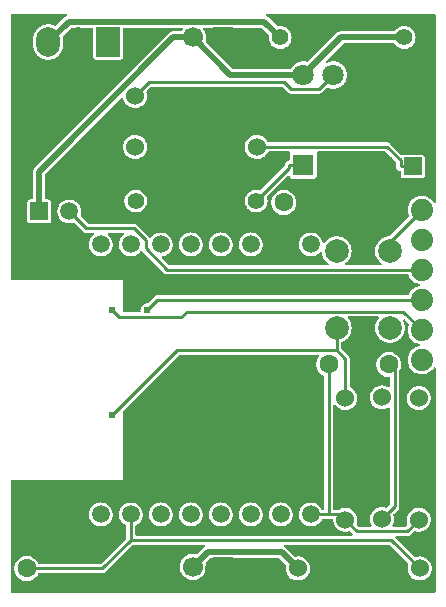
<source format=gbl>
G04 Layer: BottomLayer*
G04 EasyEDA v6.5.40, 2024-02-04 03:55:30*
G04 936758304a9441538e57e2a98c5da18a,153482dac41149f1974aef67bcea995d,10*
G04 Gerber Generator version 0.2*
G04 Scale: 100 percent, Rotated: No, Reflected: No *
G04 Dimensions in millimeters *
G04 leading zeros omitted , absolute positions ,4 integer and 5 decimal *
%FSLAX45Y45*%
%MOMM*%

%AMMACRO1*21,1,$1,$2,0,0,$3*%
%ADD10C,0.2540*%
%ADD11C,0.5080*%
%ADD12C,1.6000*%
%ADD13C,1.8796*%
%ADD14C,2.0000*%
%ADD15C,1.5240*%
%ADD16C,1.7000*%
%ADD17R,1.7000X1.7000*%
%ADD18R,1.5000X1.5000*%
%ADD19O,1.9999959999999999X2.4999949999999997*%
%ADD20MACRO1,2.0015X2.4994X0.0000*%
%ADD21C,1.4000*%
%ADD22C,1.5080*%
%ADD23R,1.5080X1.5080*%
%ADD24C,1.8000*%
%ADD25R,1.8000X1.8000*%
%ADD26C,0.6100*%
%ADD27C,0.0107*%

%LPD*%
G36*
X1010158Y2421991D02*
G01*
X1006246Y2422753D01*
X1002995Y2424988D01*
X1000760Y2428290D01*
X999998Y2432151D01*
X999998Y2699004D01*
X998982Y2699969D01*
X60147Y2699969D01*
X56286Y2700782D01*
X52984Y2702966D01*
X50749Y2706268D01*
X49987Y2710129D01*
X49987Y4939842D01*
X50749Y4943703D01*
X52984Y4947005D01*
X56286Y4949240D01*
X60147Y4950002D01*
X515162Y4950002D01*
X519531Y4948986D01*
X523036Y4946243D01*
X525018Y4942179D01*
X525068Y4937709D01*
X523189Y4933645D01*
X519734Y4930749D01*
X514756Y4928209D01*
X510997Y4925872D01*
X507441Y4923129D01*
X503986Y4919980D01*
X435508Y4851450D01*
X432104Y4849215D01*
X428091Y4848453D01*
X424129Y4849368D01*
X412953Y4854397D01*
X398424Y4858918D01*
X383489Y4861661D01*
X368300Y4862576D01*
X353110Y4861661D01*
X338175Y4858918D01*
X323646Y4854397D01*
X309778Y4848148D01*
X296773Y4840325D01*
X284835Y4830927D01*
X274066Y4820158D01*
X264718Y4808220D01*
X256844Y4795215D01*
X250596Y4781346D01*
X246075Y4766818D01*
X243332Y4751882D01*
X242417Y4736388D01*
X242417Y4687011D01*
X243332Y4671517D01*
X246075Y4656582D01*
X250596Y4642053D01*
X256844Y4628184D01*
X264718Y4615180D01*
X274066Y4603242D01*
X284835Y4592472D01*
X296773Y4583074D01*
X309778Y4575251D01*
X323646Y4569002D01*
X338175Y4564481D01*
X353110Y4561738D01*
X368300Y4560824D01*
X383489Y4561738D01*
X398424Y4564481D01*
X412953Y4569002D01*
X426821Y4575251D01*
X439826Y4583074D01*
X451764Y4592472D01*
X462534Y4603242D01*
X471932Y4615180D01*
X479755Y4628184D01*
X486003Y4642053D01*
X490524Y4656582D01*
X493268Y4671517D01*
X494233Y4687011D01*
X494233Y4736388D01*
X493268Y4751882D01*
X492353Y4756962D01*
X492251Y4760214D01*
X493268Y4763363D01*
X495147Y4766005D01*
X558698Y4829556D01*
X562000Y4831740D01*
X565912Y4832553D01*
X740257Y4832553D01*
X744118Y4831740D01*
X747420Y4829556D01*
X749604Y4826254D01*
X750417Y4822393D01*
X750417Y4587290D01*
X751128Y4580940D01*
X753008Y4575505D01*
X756107Y4570577D01*
X760171Y4566513D01*
X765098Y4563414D01*
X770534Y4561484D01*
X776884Y4560773D01*
X975715Y4560773D01*
X982065Y4561484D01*
X987501Y4563414D01*
X992428Y4566513D01*
X996492Y4570577D01*
X999591Y4575505D01*
X1001521Y4580940D01*
X1002233Y4587290D01*
X1002233Y4822393D01*
X1002995Y4826254D01*
X1005179Y4829556D01*
X1008481Y4831740D01*
X1012393Y4832553D01*
X1497177Y4832553D01*
X1500886Y4831842D01*
X1504086Y4829810D01*
X1506321Y4826762D01*
X1507337Y4823104D01*
X1506880Y4819396D01*
X1505153Y4816043D01*
X1502918Y4813249D01*
X1498498Y4805984D01*
X1496263Y4803394D01*
X1493215Y4801717D01*
X1489811Y4801108D01*
X1428953Y4801108D01*
X1424228Y4800904D01*
X1419809Y4800346D01*
X1415440Y4799330D01*
X1411173Y4798009D01*
X1407058Y4796282D01*
X1403096Y4794250D01*
X1399286Y4791811D01*
X1395730Y4789119D01*
X1392275Y4785918D01*
X255981Y3649624D01*
X252780Y3646170D01*
X250088Y3642614D01*
X247650Y3638804D01*
X245617Y3634841D01*
X243890Y3630726D01*
X242570Y3626459D01*
X241604Y3622090D01*
X240995Y3617671D01*
X240792Y3612946D01*
X240792Y3388055D01*
X240029Y3384194D01*
X237794Y3380892D01*
X234543Y3378657D01*
X230632Y3377895D01*
X217271Y3377895D01*
X210972Y3377184D01*
X205486Y3375304D01*
X200609Y3372205D01*
X196494Y3368090D01*
X193395Y3363214D01*
X191516Y3357727D01*
X190804Y3351428D01*
X190804Y3201771D01*
X191516Y3195472D01*
X193395Y3189986D01*
X196494Y3185109D01*
X200609Y3180994D01*
X205486Y3177895D01*
X210972Y3176016D01*
X217271Y3175304D01*
X366928Y3175304D01*
X373227Y3176016D01*
X378714Y3177895D01*
X383590Y3180994D01*
X387705Y3185109D01*
X390804Y3189986D01*
X392684Y3195472D01*
X393395Y3201771D01*
X393395Y3351428D01*
X392684Y3357727D01*
X390804Y3363214D01*
X387705Y3368090D01*
X383590Y3372205D01*
X378714Y3375304D01*
X373227Y3377184D01*
X366928Y3377895D01*
X353568Y3377895D01*
X349656Y3378657D01*
X346405Y3380892D01*
X344170Y3384194D01*
X343408Y3388055D01*
X343408Y3587699D01*
X344170Y3591610D01*
X346405Y3594912D01*
X987602Y4236110D01*
X991158Y4238447D01*
X995324Y4239107D01*
X999388Y4237990D01*
X1002690Y4235399D01*
X1004620Y4231640D01*
X1007516Y4221022D01*
X1012850Y4208475D01*
X1019759Y4196740D01*
X1028242Y4186021D01*
X1038047Y4176522D01*
X1049020Y4168444D01*
X1060958Y4161891D01*
X1073708Y4157014D01*
X1086967Y4153814D01*
X1100531Y4152493D01*
X1114145Y4152950D01*
X1127607Y4155186D01*
X1140612Y4159250D01*
X1153007Y4164990D01*
X1164488Y4172305D01*
X1174902Y4181094D01*
X1184046Y4191254D01*
X1191768Y4202480D01*
X1197914Y4214622D01*
X1202385Y4227525D01*
X1205128Y4240885D01*
X1206042Y4254500D01*
X1205128Y4268114D01*
X1202385Y4281474D01*
X1200150Y4287977D01*
X1199591Y4291736D01*
X1200404Y4295394D01*
X1202537Y4298492D01*
X1233728Y4329684D01*
X1237030Y4331868D01*
X1240891Y4332681D01*
X2345385Y4332681D01*
X2349246Y4331868D01*
X2352548Y4329684D01*
X2395626Y4286605D01*
X2401874Y4281474D01*
X2408529Y4277918D01*
X2415743Y4275734D01*
X2423769Y4274972D01*
X2661564Y4274972D01*
X2669590Y4275734D01*
X2676804Y4277918D01*
X2683459Y4281474D01*
X2689707Y4286605D01*
X2725928Y4322826D01*
X2729382Y4325112D01*
X2733446Y4325823D01*
X2738120Y4324553D01*
X2751988Y4320032D01*
X2766263Y4317288D01*
X2780792Y4316374D01*
X2795320Y4317288D01*
X2809646Y4320032D01*
X2823464Y4324553D01*
X2836621Y4330750D01*
X2848914Y4338523D01*
X2860141Y4347819D01*
X2870098Y4358436D01*
X2878632Y4370171D01*
X2885643Y4382922D01*
X2891028Y4396486D01*
X2894634Y4410557D01*
X2896463Y4424984D01*
X2896463Y4439564D01*
X2894634Y4453991D01*
X2891028Y4468114D01*
X2885643Y4481626D01*
X2878632Y4494377D01*
X2870098Y4506163D01*
X2860141Y4516780D01*
X2848914Y4526026D01*
X2836621Y4533849D01*
X2823464Y4540046D01*
X2809646Y4544517D01*
X2795320Y4547260D01*
X2780792Y4548174D01*
X2766263Y4547260D01*
X2751988Y4544517D01*
X2738120Y4540046D01*
X2732176Y4537202D01*
X2728214Y4536236D01*
X2724251Y4536897D01*
X2720848Y4539030D01*
X2718511Y4542332D01*
X2717647Y4546295D01*
X2718409Y4550257D01*
X2720644Y4553610D01*
X2862580Y4695494D01*
X2865882Y4697730D01*
X2869742Y4698492D01*
X3296361Y4698492D01*
X3299561Y4697984D01*
X3302406Y4696510D01*
X3304641Y4694174D01*
X3308146Y4689297D01*
X3317036Y4679746D01*
X3327196Y4671466D01*
X3338372Y4664659D01*
X3350412Y4659426D01*
X3363010Y4655921D01*
X3375964Y4654143D01*
X3389020Y4654143D01*
X3402025Y4655921D01*
X3414623Y4659426D01*
X3426612Y4664659D01*
X3437788Y4671466D01*
X3447948Y4679746D01*
X3456889Y4689297D01*
X3464407Y4699965D01*
X3470452Y4711598D01*
X3474821Y4723942D01*
X3477514Y4736744D01*
X3478377Y4749800D01*
X3477514Y4762855D01*
X3474821Y4775657D01*
X3470452Y4788001D01*
X3464407Y4799634D01*
X3456889Y4810302D01*
X3447948Y4819853D01*
X3437788Y4828133D01*
X3426612Y4834940D01*
X3414623Y4840122D01*
X3402025Y4843678D01*
X3389020Y4845456D01*
X3375964Y4845456D01*
X3363010Y4843678D01*
X3350412Y4840122D01*
X3338372Y4834940D01*
X3327196Y4828133D01*
X3317036Y4819853D01*
X3308146Y4810302D01*
X3304641Y4805426D01*
X3302406Y4803089D01*
X3299561Y4801616D01*
X3296361Y4801108D01*
X2844495Y4801108D01*
X2839821Y4800904D01*
X2835402Y4800346D01*
X2831033Y4799330D01*
X2826766Y4798009D01*
X2822600Y4796282D01*
X2818638Y4794250D01*
X2814878Y4791811D01*
X2811322Y4789119D01*
X2807868Y4785918D01*
X2568194Y4546295D01*
X2565146Y4544161D01*
X2561539Y4543298D01*
X2557881Y4543806D01*
X2555595Y4544517D01*
X2541320Y4547260D01*
X2526792Y4548174D01*
X2512263Y4547260D01*
X2497988Y4544517D01*
X2484120Y4540046D01*
X2470962Y4533849D01*
X2458669Y4526026D01*
X2447442Y4516780D01*
X2437485Y4506163D01*
X2428951Y4494377D01*
X2425903Y4488891D01*
X2423668Y4486097D01*
X2420569Y4484268D01*
X2417013Y4483608D01*
X1936800Y4483608D01*
X1932939Y4484370D01*
X1929638Y4486605D01*
X1703730Y4712512D01*
X1701749Y4715256D01*
X1700784Y4718558D01*
X1700987Y4721961D01*
X1703324Y4732121D01*
X1704695Y4746244D01*
X1704238Y4760468D01*
X1701952Y4774488D01*
X1697939Y4788103D01*
X1692148Y4801108D01*
X1684782Y4813249D01*
X1682546Y4816043D01*
X1680819Y4819396D01*
X1680362Y4823104D01*
X1681378Y4826762D01*
X1683613Y4829810D01*
X1686814Y4831842D01*
X1690522Y4832553D01*
X2173020Y4832553D01*
X2176881Y4831740D01*
X2180183Y4829556D01*
X2235250Y4774488D01*
X2237181Y4771796D01*
X2238146Y4768596D01*
X2237994Y4765243D01*
X2237486Y4762855D01*
X2236622Y4749800D01*
X2237486Y4736744D01*
X2240178Y4723942D01*
X2244547Y4711598D01*
X2250592Y4699965D01*
X2258110Y4689297D01*
X2267051Y4679746D01*
X2277211Y4671466D01*
X2288387Y4664659D01*
X2300376Y4659426D01*
X2312974Y4655921D01*
X2325979Y4654143D01*
X2339035Y4654143D01*
X2351989Y4655921D01*
X2364587Y4659426D01*
X2376627Y4664659D01*
X2387803Y4671466D01*
X2397963Y4679746D01*
X2406853Y4689297D01*
X2414422Y4699965D01*
X2420467Y4711598D01*
X2424836Y4723942D01*
X2427478Y4736744D01*
X2428392Y4749800D01*
X2427478Y4762855D01*
X2424836Y4775657D01*
X2420467Y4788001D01*
X2414422Y4799634D01*
X2406853Y4810302D01*
X2397963Y4819853D01*
X2387803Y4828133D01*
X2376627Y4834940D01*
X2364587Y4840122D01*
X2351989Y4843678D01*
X2339035Y4845456D01*
X2325979Y4845456D01*
X2316429Y4844135D01*
X2313279Y4844186D01*
X2310333Y4845202D01*
X2307844Y4847031D01*
X2234895Y4919980D01*
X2231440Y4923129D01*
X2227884Y4925872D01*
X2224176Y4928209D01*
X2219147Y4930749D01*
X2215692Y4933645D01*
X2213813Y4937709D01*
X2213864Y4942179D01*
X2215845Y4946243D01*
X2219401Y4948986D01*
X2223770Y4950002D01*
X3639820Y4950002D01*
X3643731Y4949240D01*
X3647033Y4947005D01*
X3649218Y4943703D01*
X3649979Y4939842D01*
X3649979Y3359658D01*
X3649116Y3355492D01*
X3646576Y3352088D01*
X3642918Y3349955D01*
X3638702Y3349548D01*
X3634638Y3350920D01*
X3631539Y3353765D01*
X3623970Y3364433D01*
X3614064Y3375355D01*
X3602837Y3384956D01*
X3590544Y3393084D01*
X3577336Y3399688D01*
X3563416Y3404615D01*
X3548989Y3407765D01*
X3534308Y3409086D01*
X3519525Y3408679D01*
X3504946Y3406394D01*
X3490772Y3402329D01*
X3477158Y3396589D01*
X3464407Y3389223D01*
X3452622Y3380333D01*
X3442004Y3370072D01*
X3432759Y3358540D01*
X3424986Y3345992D01*
X3418840Y3332581D01*
X3414369Y3318560D01*
X3411626Y3304032D01*
X3410712Y3289300D01*
X3411626Y3274567D01*
X3414369Y3260039D01*
X3418840Y3246018D01*
X3420262Y3242919D01*
X3421176Y3238957D01*
X3420465Y3234893D01*
X3418179Y3231489D01*
X3256076Y3069386D01*
X3253079Y3067304D01*
X3249523Y3066440D01*
X3245104Y3066186D01*
X3230168Y3063443D01*
X3215640Y3058922D01*
X3201771Y3052673D01*
X3188766Y3044799D01*
X3176828Y3035401D01*
X3166059Y3024682D01*
X3156712Y3012694D01*
X3148838Y2999689D01*
X3142589Y2985820D01*
X3138068Y2971342D01*
X3135325Y2956356D01*
X3134410Y2941167D01*
X3135325Y2926029D01*
X3138068Y2911043D01*
X3142589Y2896565D01*
X3148838Y2882696D01*
X3156712Y2869692D01*
X3166059Y2857703D01*
X3176828Y2846984D01*
X3188157Y2838043D01*
X3190849Y2834894D01*
X3192018Y2830880D01*
X3191510Y2826766D01*
X3189376Y2823159D01*
X3185972Y2820771D01*
X3181908Y2819908D01*
X2888691Y2819908D01*
X2884627Y2820771D01*
X2881223Y2823159D01*
X2879090Y2826766D01*
X2878582Y2830880D01*
X2879750Y2834894D01*
X2882442Y2838043D01*
X2893771Y2846984D01*
X2904540Y2857703D01*
X2913888Y2869692D01*
X2921762Y2882696D01*
X2928010Y2896565D01*
X2932531Y2911043D01*
X2935274Y2926029D01*
X2936189Y2941167D01*
X2935274Y2956356D01*
X2932531Y2971342D01*
X2928010Y2985820D01*
X2921762Y2999689D01*
X2913888Y3012694D01*
X2904540Y3024682D01*
X2893771Y3035401D01*
X2881833Y3044799D01*
X2868828Y3052673D01*
X2854960Y3058922D01*
X2840431Y3063443D01*
X2825496Y3066186D01*
X2810306Y3067100D01*
X2795117Y3066186D01*
X2780182Y3063443D01*
X2765653Y3058922D01*
X2751785Y3052673D01*
X2738780Y3044799D01*
X2726842Y3035401D01*
X2716072Y3024682D01*
X2707690Y3013964D01*
X2704744Y3011424D01*
X2701086Y3010204D01*
X2697226Y3010408D01*
X2693670Y3012084D01*
X2691028Y3014929D01*
X2689707Y3018536D01*
X2689301Y3020669D01*
X2685338Y3033623D01*
X2679598Y3045866D01*
X2672334Y3057296D01*
X2663596Y3067608D01*
X2653588Y3076702D01*
X2642412Y3084322D01*
X2630322Y3090468D01*
X2617571Y3094888D01*
X2604312Y3097580D01*
X2590800Y3098495D01*
X2577287Y3097580D01*
X2564028Y3094888D01*
X2551277Y3090468D01*
X2539187Y3084322D01*
X2528011Y3076702D01*
X2518003Y3067608D01*
X2509266Y3057296D01*
X2502001Y3045866D01*
X2496261Y3033623D01*
X2492298Y3020669D01*
X2490012Y3007360D01*
X2489555Y2993796D01*
X2490927Y2980334D01*
X2494076Y2967177D01*
X2498902Y2954578D01*
X2505405Y2942691D01*
X2513431Y2931820D01*
X2522880Y2922066D01*
X2533497Y2913684D01*
X2545130Y2906776D01*
X2557576Y2901543D01*
X2570632Y2897936D01*
X2584043Y2896158D01*
X2597556Y2896158D01*
X2610967Y2897936D01*
X2624023Y2901543D01*
X2636469Y2906776D01*
X2648102Y2913684D01*
X2658719Y2922066D01*
X2667965Y2931617D01*
X2671673Y2934055D01*
X2676042Y2934716D01*
X2680258Y2933395D01*
X2683560Y2930448D01*
X2685288Y2926384D01*
X2688082Y2911043D01*
X2692603Y2896565D01*
X2698851Y2882696D01*
X2706725Y2869692D01*
X2716072Y2857703D01*
X2726842Y2846984D01*
X2738170Y2838043D01*
X2740863Y2834894D01*
X2742031Y2830880D01*
X2741523Y2826766D01*
X2739390Y2823159D01*
X2735986Y2820771D01*
X2731922Y2819908D01*
X1396542Y2819908D01*
X1392631Y2820670D01*
X1389329Y2822905D01*
X1331976Y2880258D01*
X1329588Y2884068D01*
X1329029Y2888488D01*
X1330452Y2892755D01*
X1333601Y2895955D01*
X1337818Y2897530D01*
X1340967Y2897936D01*
X1354023Y2901543D01*
X1366469Y2906776D01*
X1378102Y2913684D01*
X1388719Y2922066D01*
X1398168Y2931820D01*
X1406194Y2942691D01*
X1412697Y2954578D01*
X1417523Y2967177D01*
X1420672Y2980334D01*
X1422044Y2993796D01*
X1421587Y3007360D01*
X1419301Y3020669D01*
X1415338Y3033623D01*
X1409598Y3045866D01*
X1402334Y3057296D01*
X1393596Y3067608D01*
X1383588Y3076702D01*
X1372412Y3084322D01*
X1360322Y3090468D01*
X1347571Y3094888D01*
X1334312Y3097580D01*
X1320800Y3098495D01*
X1307287Y3097580D01*
X1294028Y3094888D01*
X1281277Y3090468D01*
X1269187Y3084322D01*
X1258011Y3076702D01*
X1248003Y3067608D01*
X1239570Y3057652D01*
X1236065Y3054959D01*
X1231747Y3054045D01*
X1227429Y3055010D01*
X1223975Y3057753D01*
X1220724Y3061665D01*
X1121054Y3161385D01*
X1114806Y3166465D01*
X1108151Y3170021D01*
X1100937Y3172206D01*
X1092911Y3173018D01*
X708507Y3173018D01*
X704596Y3173780D01*
X701294Y3176016D01*
X644093Y3233216D01*
X641959Y3236315D01*
X641096Y3240024D01*
X641654Y3243732D01*
X643788Y3249828D01*
X646480Y3263087D01*
X647395Y3276600D01*
X646480Y3290112D01*
X643788Y3303371D01*
X639368Y3316122D01*
X633222Y3328212D01*
X625602Y3339388D01*
X616508Y3349396D01*
X606196Y3358134D01*
X594766Y3365398D01*
X582523Y3371138D01*
X569569Y3375101D01*
X556260Y3377387D01*
X542696Y3377844D01*
X529234Y3376472D01*
X516077Y3373323D01*
X503478Y3368497D01*
X491591Y3361994D01*
X480720Y3353968D01*
X470966Y3344519D01*
X462584Y3333902D01*
X455676Y3322269D01*
X450443Y3309823D01*
X446836Y3296767D01*
X445058Y3283356D01*
X445058Y3269843D01*
X446836Y3256432D01*
X450443Y3243376D01*
X455676Y3230930D01*
X462584Y3219297D01*
X470966Y3208680D01*
X480720Y3199231D01*
X491591Y3191205D01*
X503478Y3184702D01*
X516077Y3179876D01*
X529234Y3176727D01*
X542696Y3175355D01*
X556260Y3175812D01*
X569569Y3178098D01*
X579323Y3181096D01*
X582980Y3181553D01*
X586536Y3180638D01*
X589534Y3178556D01*
X660654Y3107486D01*
X666851Y3102356D01*
X673557Y3098800D01*
X680770Y3096615D01*
X688797Y3095802D01*
X745134Y3095802D01*
X749300Y3094888D01*
X752754Y3092399D01*
X754837Y3088640D01*
X755192Y3084423D01*
X753821Y3080359D01*
X740003Y3067608D01*
X731266Y3057296D01*
X724001Y3045866D01*
X718261Y3033623D01*
X714298Y3020669D01*
X712012Y3007360D01*
X711555Y2993796D01*
X712927Y2980334D01*
X716076Y2967177D01*
X720902Y2954578D01*
X727405Y2942691D01*
X735431Y2931820D01*
X744880Y2922066D01*
X755497Y2913684D01*
X767130Y2906776D01*
X779576Y2901543D01*
X792632Y2897936D01*
X806043Y2896158D01*
X819556Y2896158D01*
X832967Y2897936D01*
X846023Y2901543D01*
X858469Y2906776D01*
X870102Y2913684D01*
X880719Y2922066D01*
X890168Y2931820D01*
X898194Y2942691D01*
X904697Y2954578D01*
X909523Y2967177D01*
X912672Y2980334D01*
X914044Y2993796D01*
X913587Y3007360D01*
X911301Y3020669D01*
X907338Y3033623D01*
X901598Y3045866D01*
X894334Y3057296D01*
X885596Y3067608D01*
X871778Y3080359D01*
X870407Y3084423D01*
X870762Y3088640D01*
X872845Y3092399D01*
X876300Y3094888D01*
X880465Y3095802D01*
X999134Y3095802D01*
X1003300Y3094888D01*
X1006754Y3092399D01*
X1008837Y3088640D01*
X1009192Y3084423D01*
X1007821Y3080359D01*
X994003Y3067608D01*
X985266Y3057296D01*
X978001Y3045866D01*
X972261Y3033623D01*
X968298Y3020669D01*
X966012Y3007360D01*
X965555Y2993796D01*
X966927Y2980334D01*
X970076Y2967177D01*
X974902Y2954578D01*
X981405Y2942691D01*
X989431Y2931820D01*
X998880Y2922066D01*
X1009497Y2913684D01*
X1021130Y2906776D01*
X1033576Y2901543D01*
X1046632Y2897936D01*
X1060043Y2896158D01*
X1073556Y2896158D01*
X1086967Y2897936D01*
X1100023Y2901543D01*
X1112469Y2906776D01*
X1124102Y2913684D01*
X1134719Y2922066D01*
X1144168Y2931820D01*
X1148842Y2938170D01*
X1151534Y2940710D01*
X1154938Y2942082D01*
X1158595Y2942183D01*
X1162050Y2940964D01*
X1164894Y2938576D01*
X1166876Y2936189D01*
X1348689Y2754376D01*
X1354886Y2749245D01*
X1361592Y2745689D01*
X1368806Y2743504D01*
X1376832Y2742692D01*
X3410153Y2742692D01*
X3413912Y2741980D01*
X3417163Y2739898D01*
X3419398Y2736799D01*
X3424986Y2724607D01*
X3432759Y2712059D01*
X3442004Y2700528D01*
X3452622Y2690266D01*
X3464407Y2681376D01*
X3477158Y2674010D01*
X3490772Y2668270D01*
X3505403Y2664053D01*
X3509264Y2662021D01*
X3511854Y2658567D01*
X3512820Y2654300D01*
X3511854Y2650032D01*
X3509264Y2646578D01*
X3505403Y2644546D01*
X3490772Y2640330D01*
X3477158Y2634589D01*
X3464407Y2627223D01*
X3452622Y2618333D01*
X3442004Y2608072D01*
X3432759Y2596540D01*
X3424986Y2583992D01*
X3419398Y2571800D01*
X3417163Y2568702D01*
X3413912Y2566619D01*
X3410153Y2565908D01*
X1291488Y2565908D01*
X1283462Y2565095D01*
X1276248Y2562910D01*
X1269542Y2559354D01*
X1263345Y2554274D01*
X1210208Y2501087D01*
X1207312Y2499106D01*
X1203909Y2498191D01*
X1195832Y2497480D01*
X1186332Y2494940D01*
X1177442Y2490774D01*
X1169416Y2485136D01*
X1162456Y2478176D01*
X1156817Y2470150D01*
X1152652Y2461260D01*
X1150112Y2451760D01*
X1149248Y2441956D01*
X1150061Y2433015D01*
X1149553Y2428900D01*
X1147419Y2425293D01*
X1144016Y2422855D01*
X1139901Y2421991D01*
G37*

%LPC*%
G36*
X2076043Y2896158D02*
G01*
X2089556Y2896158D01*
X2102967Y2897936D01*
X2116023Y2901543D01*
X2128469Y2906776D01*
X2140102Y2913684D01*
X2150719Y2922066D01*
X2160168Y2931820D01*
X2168194Y2942691D01*
X2174697Y2954578D01*
X2179523Y2967177D01*
X2182672Y2980334D01*
X2184044Y2993796D01*
X2183587Y3007360D01*
X2181301Y3020669D01*
X2177338Y3033623D01*
X2171598Y3045866D01*
X2164334Y3057296D01*
X2155596Y3067608D01*
X2145588Y3076702D01*
X2134412Y3084322D01*
X2122322Y3090468D01*
X2109571Y3094888D01*
X2096312Y3097580D01*
X2082800Y3098495D01*
X2069287Y3097580D01*
X2056028Y3094888D01*
X2043277Y3090468D01*
X2031187Y3084322D01*
X2020011Y3076702D01*
X2010003Y3067608D01*
X2001266Y3057296D01*
X1994001Y3045866D01*
X1988261Y3033623D01*
X1984298Y3020669D01*
X1982012Y3007360D01*
X1981555Y2993796D01*
X1982927Y2980334D01*
X1986076Y2967177D01*
X1990902Y2954578D01*
X1997405Y2942691D01*
X2005431Y2931820D01*
X2014880Y2922066D01*
X2025497Y2913684D01*
X2037130Y2906776D01*
X2049576Y2901543D01*
X2062632Y2897936D01*
G37*
G36*
X1822043Y2896158D02*
G01*
X1835556Y2896158D01*
X1848967Y2897936D01*
X1862023Y2901543D01*
X1874469Y2906776D01*
X1886102Y2913684D01*
X1896719Y2922066D01*
X1906168Y2931820D01*
X1914194Y2942691D01*
X1920697Y2954578D01*
X1925523Y2967177D01*
X1928672Y2980334D01*
X1930044Y2993796D01*
X1929587Y3007360D01*
X1927301Y3020669D01*
X1923338Y3033623D01*
X1917598Y3045866D01*
X1910334Y3057296D01*
X1901596Y3067608D01*
X1891588Y3076702D01*
X1880412Y3084322D01*
X1868322Y3090468D01*
X1855571Y3094888D01*
X1842312Y3097580D01*
X1828800Y3098495D01*
X1815287Y3097580D01*
X1802028Y3094888D01*
X1789277Y3090468D01*
X1777187Y3084322D01*
X1766011Y3076702D01*
X1756003Y3067608D01*
X1747266Y3057296D01*
X1740001Y3045866D01*
X1734261Y3033623D01*
X1730298Y3020669D01*
X1728012Y3007360D01*
X1727555Y2993796D01*
X1728927Y2980334D01*
X1732076Y2967177D01*
X1736902Y2954578D01*
X1743405Y2942691D01*
X1751431Y2931820D01*
X1760880Y2922066D01*
X1771497Y2913684D01*
X1783130Y2906776D01*
X1795576Y2901543D01*
X1808632Y2897936D01*
G37*
G36*
X1568043Y2896158D02*
G01*
X1581556Y2896158D01*
X1594967Y2897936D01*
X1608023Y2901543D01*
X1620469Y2906776D01*
X1632102Y2913684D01*
X1642719Y2922066D01*
X1652168Y2931820D01*
X1660194Y2942691D01*
X1666697Y2954578D01*
X1671523Y2967177D01*
X1674672Y2980334D01*
X1676044Y2993796D01*
X1675587Y3007360D01*
X1673301Y3020669D01*
X1669338Y3033623D01*
X1663598Y3045866D01*
X1656334Y3057296D01*
X1647596Y3067608D01*
X1637588Y3076702D01*
X1626412Y3084322D01*
X1614322Y3090468D01*
X1601571Y3094888D01*
X1588312Y3097580D01*
X1574800Y3098495D01*
X1561287Y3097580D01*
X1548028Y3094888D01*
X1535277Y3090468D01*
X1523187Y3084322D01*
X1512011Y3076702D01*
X1502003Y3067608D01*
X1493266Y3057296D01*
X1486001Y3045866D01*
X1480261Y3033623D01*
X1476298Y3020669D01*
X1474012Y3007360D01*
X1473555Y2993796D01*
X1474927Y2980334D01*
X1478076Y2967177D01*
X1482902Y2954578D01*
X1489405Y2942691D01*
X1497431Y2931820D01*
X1506880Y2922066D01*
X1517497Y2913684D01*
X1529130Y2906776D01*
X1541576Y2901543D01*
X1554632Y2897936D01*
G37*
G36*
X2362200Y3246932D02*
G01*
X2376017Y3247796D01*
X2389581Y3250539D01*
X2402738Y3254959D01*
X2415133Y3261106D01*
X2426665Y3268776D01*
X2437079Y3277920D01*
X2446223Y3288334D01*
X2453894Y3299866D01*
X2460040Y3312261D01*
X2464460Y3325418D01*
X2467203Y3338982D01*
X2468067Y3352800D01*
X2467203Y3366617D01*
X2464460Y3380181D01*
X2460040Y3393338D01*
X2453894Y3405733D01*
X2446223Y3417265D01*
X2437079Y3427679D01*
X2426665Y3436823D01*
X2415133Y3444494D01*
X2402738Y3450640D01*
X2389581Y3455060D01*
X2376017Y3457803D01*
X2362200Y3458667D01*
X2348382Y3457803D01*
X2334818Y3455060D01*
X2321661Y3450640D01*
X2309266Y3444494D01*
X2297734Y3436823D01*
X2287320Y3427679D01*
X2278176Y3417265D01*
X2270506Y3405733D01*
X2264359Y3393338D01*
X2259939Y3380181D01*
X2257196Y3366617D01*
X2256332Y3352800D01*
X2257196Y3338982D01*
X2259939Y3325418D01*
X2264359Y3312261D01*
X2270506Y3299866D01*
X2278176Y3288334D01*
X2287320Y3277920D01*
X2297734Y3268776D01*
X2309266Y3261106D01*
X2321661Y3254959D01*
X2334818Y3250539D01*
X2348382Y3247796D01*
G37*
G36*
X1102410Y3269843D02*
G01*
X1115517Y3269843D01*
X1128471Y3271621D01*
X1141069Y3275126D01*
X1153058Y3280359D01*
X1164234Y3287166D01*
X1174394Y3295446D01*
X1183335Y3304997D01*
X1190904Y3315665D01*
X1196898Y3327298D01*
X1201267Y3339642D01*
X1203960Y3352444D01*
X1204823Y3365500D01*
X1203960Y3378555D01*
X1201267Y3391357D01*
X1196898Y3403701D01*
X1190904Y3415334D01*
X1183335Y3426002D01*
X1174394Y3435553D01*
X1164234Y3443833D01*
X1153058Y3450640D01*
X1141069Y3455822D01*
X1128471Y3459378D01*
X1115517Y3461156D01*
X1102410Y3461156D01*
X1089456Y3459378D01*
X1076858Y3455822D01*
X1064869Y3450640D01*
X1053693Y3443833D01*
X1043533Y3435553D01*
X1034592Y3426002D01*
X1027023Y3415334D01*
X1021029Y3403701D01*
X1016660Y3391357D01*
X1013968Y3378555D01*
X1013104Y3365500D01*
X1013968Y3352444D01*
X1016660Y3339642D01*
X1021029Y3327298D01*
X1027023Y3315665D01*
X1034592Y3304997D01*
X1043533Y3295446D01*
X1053693Y3287166D01*
X1064869Y3280359D01*
X1076858Y3275126D01*
X1089456Y3271621D01*
G37*
G36*
X2122373Y3269843D02*
G01*
X2135479Y3269843D01*
X2148433Y3271621D01*
X2161032Y3275126D01*
X2173020Y3280359D01*
X2184196Y3287166D01*
X2194356Y3295446D01*
X2203297Y3304997D01*
X2210866Y3315665D01*
X2216861Y3327298D01*
X2221230Y3339642D01*
X2223922Y3352444D01*
X2224786Y3365500D01*
X2223922Y3378555D01*
X2221230Y3391357D01*
X2220315Y3394049D01*
X2219706Y3397808D01*
X2220569Y3401517D01*
X2222703Y3404615D01*
X2395982Y3577945D01*
X2399385Y3580180D01*
X2403398Y3580892D01*
X2407361Y3580028D01*
X2410663Y3577590D01*
X2412746Y3574135D01*
X2414524Y3569055D01*
X2417622Y3564178D01*
X2421686Y3560064D01*
X2426614Y3557015D01*
X2432050Y3555085D01*
X2438400Y3554374D01*
X2617216Y3554374D01*
X2623566Y3555085D01*
X2629001Y3557015D01*
X2633929Y3560064D01*
X2637993Y3564178D01*
X2641092Y3569055D01*
X2643022Y3574542D01*
X2643733Y3580841D01*
X2643733Y3759708D01*
X2643022Y3766058D01*
X2641396Y3770579D01*
X2640838Y3774389D01*
X2641752Y3778148D01*
X2643987Y3781298D01*
X2647238Y3783380D01*
X2650998Y3784092D01*
X3217621Y3784092D01*
X3221532Y3783329D01*
X3224834Y3781094D01*
X3309874Y3696055D01*
X3312109Y3692753D01*
X3312871Y3688842D01*
X3312871Y3658108D01*
X3313684Y3650081D01*
X3315868Y3642868D01*
X3319424Y3636162D01*
X3324199Y3630320D01*
X3330041Y3625545D01*
X3336747Y3621989D01*
X3347923Y3618687D01*
X3350869Y3616451D01*
X3352800Y3613302D01*
X3353511Y3609644D01*
X3353511Y3583178D01*
X3354222Y3576828D01*
X3356101Y3571392D01*
X3359200Y3566464D01*
X3363264Y3562400D01*
X3368192Y3559301D01*
X3373628Y3557422D01*
X3379978Y3556711D01*
X3528822Y3556711D01*
X3535172Y3557422D01*
X3540607Y3559301D01*
X3545535Y3562400D01*
X3549599Y3566464D01*
X3552698Y3571392D01*
X3554577Y3576828D01*
X3555288Y3583178D01*
X3555288Y3732022D01*
X3554577Y3738372D01*
X3552698Y3743807D01*
X3549599Y3748735D01*
X3545535Y3752799D01*
X3540607Y3755898D01*
X3535172Y3757777D01*
X3528822Y3758488D01*
X3379978Y3758488D01*
X3373628Y3757777D01*
X3367582Y3755694D01*
X3363874Y3755136D01*
X3360165Y3755948D01*
X3357067Y3758082D01*
X3265474Y3849674D01*
X3259277Y3854754D01*
X3252571Y3858310D01*
X3245358Y3860495D01*
X3237331Y3861308D01*
X2234793Y3861308D01*
X2231136Y3861968D01*
X2227986Y3863949D01*
X2225751Y3866896D01*
X2221788Y3874719D01*
X2214067Y3885946D01*
X2204923Y3896106D01*
X2194509Y3904894D01*
X2183028Y3912209D01*
X2170633Y3917950D01*
X2157628Y3922014D01*
X2144166Y3924249D01*
X2130552Y3924706D01*
X2116988Y3923385D01*
X2103678Y3920185D01*
X2090978Y3915308D01*
X2078989Y3908755D01*
X2068017Y3900678D01*
X2058212Y3891178D01*
X2049780Y3880459D01*
X2042820Y3868724D01*
X2037486Y3856177D01*
X2033879Y3843020D01*
X2032101Y3829507D01*
X2032101Y3815892D01*
X2033879Y3802379D01*
X2037486Y3789222D01*
X2042820Y3776675D01*
X2049780Y3764940D01*
X2058212Y3754221D01*
X2068017Y3744722D01*
X2078989Y3736644D01*
X2090978Y3730091D01*
X2103678Y3725214D01*
X2116988Y3722014D01*
X2130552Y3720693D01*
X2144166Y3721150D01*
X2157628Y3723386D01*
X2170633Y3727450D01*
X2183028Y3733190D01*
X2194509Y3740505D01*
X2204923Y3749294D01*
X2214067Y3759454D01*
X2221788Y3770680D01*
X2225751Y3778504D01*
X2227986Y3781450D01*
X2231136Y3783431D01*
X2234793Y3784092D01*
X2404618Y3784092D01*
X2408377Y3783380D01*
X2411628Y3781298D01*
X2413863Y3778148D01*
X2414778Y3774389D01*
X2414219Y3770579D01*
X2412593Y3766058D01*
X2411882Y3759708D01*
X2411882Y3718255D01*
X2411222Y3714597D01*
X2409291Y3711448D01*
X2406294Y3709212D01*
X2395169Y3705910D01*
X2388463Y3702354D01*
X2382621Y3697579D01*
X2377846Y3691737D01*
X2374290Y3685082D01*
X2372106Y3677818D01*
X2371293Y3669792D01*
X2371293Y3666642D01*
X2370531Y3662781D01*
X2368296Y3659479D01*
X2168093Y3459226D01*
X2165146Y3457194D01*
X2161743Y3456279D01*
X2158187Y3456635D01*
X2148433Y3459378D01*
X2135479Y3461156D01*
X2122373Y3461156D01*
X2109419Y3459378D01*
X2096820Y3455822D01*
X2084832Y3450640D01*
X2073605Y3443833D01*
X2063496Y3435553D01*
X2054555Y3426002D01*
X2046986Y3415334D01*
X2040991Y3403701D01*
X2036572Y3391357D01*
X2033930Y3378555D01*
X2033016Y3365500D01*
X2033930Y3352444D01*
X2036572Y3339642D01*
X2040991Y3327298D01*
X2046986Y3315665D01*
X2054555Y3304997D01*
X2063496Y3295446D01*
X2073605Y3287166D01*
X2084832Y3280359D01*
X2096820Y3275126D01*
X2109419Y3271621D01*
G37*
G36*
X1100531Y3720693D02*
G01*
X1114145Y3721150D01*
X1127607Y3723386D01*
X1140612Y3727450D01*
X1153007Y3733190D01*
X1164488Y3740505D01*
X1174902Y3749294D01*
X1184046Y3759454D01*
X1191768Y3770680D01*
X1197914Y3782822D01*
X1202385Y3795725D01*
X1205128Y3809085D01*
X1206042Y3822700D01*
X1205128Y3836314D01*
X1202385Y3849674D01*
X1197914Y3862578D01*
X1191768Y3874719D01*
X1184046Y3885946D01*
X1174902Y3896106D01*
X1164488Y3904894D01*
X1153007Y3912209D01*
X1140612Y3917950D01*
X1127607Y3922014D01*
X1114145Y3924249D01*
X1100531Y3924706D01*
X1086967Y3923385D01*
X1073708Y3920185D01*
X1060958Y3915308D01*
X1049020Y3908755D01*
X1038047Y3900678D01*
X1028242Y3891178D01*
X1019759Y3880459D01*
X1012850Y3868724D01*
X1007516Y3856177D01*
X1003909Y3843020D01*
X1002080Y3829507D01*
X1002080Y3815892D01*
X1003909Y3802379D01*
X1007516Y3789222D01*
X1012850Y3776675D01*
X1019759Y3764940D01*
X1028242Y3754221D01*
X1038047Y3744722D01*
X1049020Y3736644D01*
X1060958Y3730091D01*
X1073708Y3725214D01*
X1086967Y3722014D01*
G37*

%LPD*%
G36*
X60147Y49987D02*
G01*
X56286Y50749D01*
X52984Y52984D01*
X50749Y56286D01*
X49987Y60147D01*
X49987Y989837D01*
X50749Y993749D01*
X52984Y997000D01*
X56286Y999236D01*
X60147Y999998D01*
X998982Y999998D01*
X999998Y1001014D01*
X999998Y1580540D01*
X1000760Y1584452D01*
X1002995Y1587754D01*
X1475486Y2060244D01*
X1478788Y2062429D01*
X1482648Y2063242D01*
X2652166Y2063242D01*
X2655976Y2062480D01*
X2659176Y2060397D01*
X2661412Y2057247D01*
X2662326Y2053488D01*
X2661767Y2049678D01*
X2651506Y2034133D01*
X2645359Y2021738D01*
X2640939Y2008581D01*
X2638196Y1995017D01*
X2637332Y1981200D01*
X2638196Y1967382D01*
X2640939Y1953818D01*
X2645359Y1940661D01*
X2651506Y1928266D01*
X2659176Y1916734D01*
X2668320Y1906320D01*
X2678734Y1897176D01*
X2690266Y1889506D01*
X2698902Y1885238D01*
X2701899Y1882952D01*
X2703880Y1879803D01*
X2704592Y1876094D01*
X2704592Y759968D01*
X2703830Y756107D01*
X2701594Y752805D01*
X2698343Y750570D01*
X2694432Y749808D01*
X2690774Y749808D01*
X2687015Y750519D01*
X2683814Y752602D01*
X2681579Y755700D01*
X2679598Y759866D01*
X2672334Y771296D01*
X2663596Y781608D01*
X2653588Y790702D01*
X2642412Y798322D01*
X2630322Y804468D01*
X2617571Y808888D01*
X2604312Y811580D01*
X2590800Y812495D01*
X2577287Y811580D01*
X2564028Y808888D01*
X2551277Y804468D01*
X2539187Y798322D01*
X2528011Y790702D01*
X2518003Y781608D01*
X2509266Y771296D01*
X2502001Y759866D01*
X2496261Y747623D01*
X2492298Y734669D01*
X2490012Y721360D01*
X2489555Y707796D01*
X2490927Y694334D01*
X2494076Y681177D01*
X2498902Y668578D01*
X2505405Y656691D01*
X2513431Y645820D01*
X2522880Y636066D01*
X2533497Y627684D01*
X2545130Y620776D01*
X2557576Y615543D01*
X2570632Y611936D01*
X2584043Y610158D01*
X2597556Y610158D01*
X2610967Y611936D01*
X2624023Y615543D01*
X2636469Y620776D01*
X2648102Y627684D01*
X2658719Y636066D01*
X2668168Y645820D01*
X2676194Y656691D01*
X2681986Y667308D01*
X2684272Y670102D01*
X2687370Y671931D01*
X2690876Y672592D01*
X2770936Y672592D01*
X2774746Y671830D01*
X2777998Y669747D01*
X2780233Y666546D01*
X2781096Y662787D01*
X2781350Y655878D01*
X2783586Y642416D01*
X2787650Y629412D01*
X2793390Y617016D01*
X2800705Y605536D01*
X2809494Y595122D01*
X2819654Y585978D01*
X2830880Y578256D01*
X2843022Y572109D01*
X2855925Y567639D01*
X2869285Y564946D01*
X2882900Y564032D01*
X2896514Y564946D01*
X2909874Y567639D01*
X2916377Y569925D01*
X2920136Y570433D01*
X2923794Y569620D01*
X2926892Y567486D01*
X2944672Y549706D01*
X2946908Y546404D01*
X2947670Y542544D01*
X2946908Y538632D01*
X2944672Y535330D01*
X2941370Y533146D01*
X2937510Y532384D01*
X1115568Y532384D01*
X1111656Y533146D01*
X1108405Y535330D01*
X1106170Y538632D01*
X1105408Y542544D01*
X1105408Y611073D01*
X1106170Y614934D01*
X1108354Y618236D01*
X1124102Y627684D01*
X1134719Y636066D01*
X1144168Y645820D01*
X1152194Y656691D01*
X1158697Y668578D01*
X1163523Y681177D01*
X1166672Y694334D01*
X1168044Y707796D01*
X1167587Y721360D01*
X1165301Y734669D01*
X1161338Y747623D01*
X1155598Y759866D01*
X1148334Y771296D01*
X1139596Y781608D01*
X1129588Y790702D01*
X1118412Y798322D01*
X1106322Y804468D01*
X1093571Y808888D01*
X1080312Y811580D01*
X1066800Y812495D01*
X1053287Y811580D01*
X1040028Y808888D01*
X1027277Y804468D01*
X1015187Y798322D01*
X1004011Y790702D01*
X994003Y781608D01*
X985266Y771296D01*
X978001Y759866D01*
X972261Y747623D01*
X968298Y734669D01*
X966012Y721360D01*
X965555Y707796D01*
X966927Y694334D01*
X970076Y681177D01*
X974902Y668578D01*
X981405Y656691D01*
X989431Y645820D01*
X998880Y636066D01*
X1009497Y627684D01*
X1025245Y618236D01*
X1027430Y614934D01*
X1028192Y611073D01*
X1028192Y513943D01*
X1027430Y510082D01*
X1025194Y506780D01*
X814019Y295605D01*
X810717Y293370D01*
X806856Y292608D01*
X291287Y292608D01*
X287578Y293319D01*
X284429Y295300D01*
X282143Y298297D01*
X277876Y306933D01*
X270205Y318465D01*
X261061Y328879D01*
X250647Y338023D01*
X239115Y345694D01*
X226720Y351840D01*
X213614Y356260D01*
X199999Y359003D01*
X186182Y359867D01*
X172364Y359003D01*
X158800Y356260D01*
X145694Y351840D01*
X133248Y345694D01*
X121716Y338023D01*
X111302Y328879D01*
X102209Y318465D01*
X94488Y306933D01*
X88392Y294538D01*
X83921Y281381D01*
X81229Y267817D01*
X80314Y254000D01*
X81229Y240182D01*
X83921Y226618D01*
X88392Y213461D01*
X94488Y201066D01*
X102209Y189534D01*
X111302Y179120D01*
X121716Y169976D01*
X133248Y162306D01*
X145694Y156159D01*
X158800Y151739D01*
X172364Y148996D01*
X186182Y148132D01*
X199999Y148996D01*
X213614Y151739D01*
X226720Y156159D01*
X239115Y162306D01*
X250647Y169976D01*
X261061Y179120D01*
X270205Y189534D01*
X277876Y201066D01*
X282194Y209753D01*
X284429Y212750D01*
X287578Y214680D01*
X291287Y215392D01*
X826566Y215392D01*
X834593Y216204D01*
X841806Y218389D01*
X848461Y221945D01*
X854710Y227075D01*
X1079804Y452170D01*
X1083106Y454355D01*
X1087018Y455168D01*
X1687728Y455168D01*
X1691995Y454202D01*
X1695450Y451612D01*
X1697482Y447852D01*
X1697786Y443534D01*
X1696262Y439470D01*
X1693214Y436422D01*
X1690217Y434492D01*
X1686661Y431800D01*
X1683207Y428599D01*
X1631137Y376529D01*
X1628241Y374497D01*
X1624838Y373583D01*
X1621332Y373888D01*
X1615033Y375564D01*
X1600962Y377342D01*
X1586738Y377342D01*
X1572666Y375564D01*
X1558899Y371957D01*
X1545742Y366623D01*
X1533347Y359613D01*
X1521968Y351129D01*
X1511757Y341274D01*
X1502918Y330149D01*
X1495552Y318008D01*
X1489811Y305003D01*
X1485747Y291388D01*
X1483461Y277368D01*
X1483004Y263144D01*
X1484376Y249021D01*
X1487525Y235153D01*
X1492453Y221792D01*
X1499006Y209194D01*
X1507134Y197561D01*
X1516684Y187045D01*
X1527505Y177850D01*
X1539443Y170078D01*
X1552244Y163931D01*
X1565706Y159461D01*
X1579676Y156718D01*
X1593850Y155803D01*
X1608023Y156718D01*
X1621993Y159461D01*
X1635455Y163931D01*
X1648256Y170078D01*
X1660194Y177850D01*
X1671015Y187045D01*
X1680565Y197561D01*
X1688693Y209194D01*
X1695246Y221792D01*
X1700174Y235153D01*
X1703324Y249021D01*
X1704695Y263144D01*
X1704238Y277368D01*
X1701952Y291388D01*
X1701190Y293979D01*
X1700784Y297535D01*
X1701698Y301040D01*
X1703730Y304038D01*
X1737918Y338175D01*
X1741220Y340410D01*
X1745081Y341172D01*
X2318258Y341172D01*
X2322118Y340410D01*
X2325420Y338175D01*
X2379522Y284124D01*
X2381351Y281584D01*
X2382367Y278638D01*
X2382418Y275539D01*
X2380335Y260807D01*
X2380335Y247192D01*
X2382164Y233679D01*
X2385771Y220522D01*
X2391105Y207975D01*
X2398014Y196240D01*
X2406497Y185521D01*
X2416302Y176022D01*
X2427274Y167944D01*
X2439212Y161391D01*
X2451963Y156514D01*
X2465222Y153314D01*
X2478786Y151993D01*
X2492400Y152450D01*
X2505862Y154686D01*
X2518867Y158750D01*
X2531262Y164490D01*
X2542743Y171805D01*
X2553157Y180594D01*
X2562301Y190754D01*
X2570022Y201980D01*
X2576169Y214121D01*
X2580640Y227025D01*
X2583383Y240385D01*
X2584297Y254000D01*
X2583383Y267614D01*
X2580640Y280974D01*
X2576169Y293878D01*
X2570022Y306019D01*
X2562301Y317246D01*
X2553157Y327406D01*
X2542743Y336194D01*
X2531262Y343509D01*
X2518867Y349250D01*
X2505862Y353314D01*
X2492400Y355549D01*
X2478786Y356006D01*
X2465222Y354685D01*
X2461768Y353822D01*
X2458313Y353618D01*
X2455011Y354533D01*
X2452217Y356514D01*
X2380132Y428599D01*
X2376678Y431800D01*
X2373122Y434492D01*
X2370124Y436422D01*
X2367076Y439470D01*
X2365552Y443534D01*
X2365857Y447852D01*
X2367889Y451612D01*
X2371344Y454202D01*
X2375611Y455168D01*
X3252266Y455168D01*
X3256127Y454355D01*
X3259429Y452170D01*
X3413404Y298196D01*
X3415436Y295300D01*
X3416350Y291846D01*
X3415995Y288340D01*
X3412134Y274320D01*
X3410356Y260807D01*
X3410356Y247192D01*
X3412185Y233679D01*
X3415741Y220522D01*
X3421075Y207975D01*
X3428034Y196240D01*
X3436467Y185521D01*
X3446272Y176022D01*
X3457244Y167944D01*
X3469233Y161391D01*
X3481933Y156514D01*
X3495243Y153314D01*
X3508806Y151993D01*
X3522421Y152450D01*
X3535883Y154686D01*
X3548887Y158750D01*
X3561283Y164490D01*
X3572764Y171805D01*
X3583178Y180594D01*
X3592322Y190754D01*
X3600043Y201980D01*
X3606190Y214121D01*
X3610660Y227025D01*
X3613353Y240385D01*
X3614267Y254000D01*
X3613353Y267614D01*
X3610660Y280974D01*
X3606190Y293878D01*
X3600043Y306019D01*
X3592322Y317246D01*
X3583178Y327406D01*
X3572764Y336194D01*
X3561283Y343509D01*
X3548887Y349250D01*
X3535883Y353314D01*
X3522421Y355549D01*
X3508806Y356006D01*
X3495243Y354685D01*
X3481933Y351485D01*
X3478987Y350367D01*
X3475177Y349707D01*
X3471367Y350469D01*
X3468166Y352653D01*
X3309518Y511301D01*
X3307334Y514604D01*
X3306572Y518464D01*
X3307334Y522376D01*
X3309518Y525627D01*
X3312820Y527862D01*
X3316732Y528624D01*
X3405835Y528624D01*
X3413861Y529437D01*
X3421075Y531622D01*
X3427780Y535178D01*
X3433978Y540308D01*
X3461207Y567486D01*
X3464306Y569620D01*
X3467963Y570433D01*
X3471722Y569925D01*
X3478225Y567639D01*
X3491585Y564946D01*
X3505200Y564032D01*
X3518814Y564946D01*
X3532174Y567639D01*
X3545078Y572109D01*
X3557219Y578256D01*
X3568446Y585978D01*
X3578606Y595122D01*
X3587394Y605536D01*
X3594709Y617016D01*
X3600450Y629412D01*
X3604514Y642416D01*
X3606749Y655878D01*
X3607206Y669493D01*
X3605885Y683056D01*
X3602685Y696366D01*
X3597808Y709066D01*
X3591255Y721055D01*
X3583178Y732028D01*
X3573678Y741832D01*
X3562959Y750265D01*
X3551224Y757224D01*
X3538677Y762558D01*
X3525520Y766114D01*
X3512007Y767943D01*
X3498392Y767943D01*
X3484879Y766114D01*
X3471722Y762558D01*
X3459175Y757224D01*
X3447440Y750265D01*
X3436721Y741832D01*
X3427222Y732028D01*
X3419144Y721055D01*
X3412591Y709066D01*
X3407714Y696366D01*
X3404514Y683056D01*
X3403193Y669493D01*
X3403650Y655878D01*
X3405886Y642416D01*
X3409086Y632206D01*
X3409492Y628599D01*
X3408629Y625043D01*
X3406546Y622046D01*
X3393338Y608838D01*
X3390036Y606602D01*
X3386124Y605840D01*
X3290925Y605840D01*
X3286709Y606755D01*
X3283254Y609346D01*
X3281172Y613105D01*
X3280867Y617423D01*
X3282340Y621487D01*
X3283559Y623366D01*
X3289300Y635762D01*
X3293364Y648766D01*
X3295599Y662228D01*
X3296056Y675843D01*
X3294684Y689406D01*
X3291535Y702716D01*
X3290417Y705662D01*
X3289706Y709472D01*
X3290519Y713282D01*
X3292703Y716483D01*
X3328924Y752754D01*
X3334054Y758952D01*
X3337610Y765657D01*
X3339795Y772871D01*
X3340608Y780897D01*
X3340608Y1921764D01*
X3341065Y1924710D01*
X3349040Y1940661D01*
X3353460Y1953818D01*
X3356203Y1967382D01*
X3357067Y1981200D01*
X3356203Y1995017D01*
X3353460Y2008581D01*
X3349040Y2021738D01*
X3342894Y2034133D01*
X3335223Y2045665D01*
X3326079Y2056079D01*
X3315665Y2065223D01*
X3304133Y2072893D01*
X3291738Y2079040D01*
X3278581Y2083460D01*
X3265017Y2086203D01*
X3251200Y2087067D01*
X3237382Y2086203D01*
X3223818Y2083460D01*
X3210661Y2079040D01*
X3198266Y2072893D01*
X3186734Y2065223D01*
X3176320Y2056079D01*
X3167176Y2045665D01*
X3159506Y2034133D01*
X3153359Y2021738D01*
X3148939Y2008581D01*
X3146196Y1995017D01*
X3145332Y1981200D01*
X3146196Y1967382D01*
X3148939Y1953818D01*
X3153359Y1940661D01*
X3159506Y1928266D01*
X3167176Y1916734D01*
X3176320Y1906320D01*
X3186734Y1897176D01*
X3198266Y1889506D01*
X3210661Y1883359D01*
X3223818Y1878939D01*
X3237382Y1876196D01*
X3256635Y1874824D01*
X3260191Y1872691D01*
X3262579Y1869287D01*
X3263392Y1865274D01*
X3263392Y1797608D01*
X3262528Y1793443D01*
X3259988Y1789988D01*
X3256330Y1787906D01*
X3252063Y1787499D01*
X3248050Y1788820D01*
X3240074Y1793544D01*
X3227527Y1798878D01*
X3214370Y1802485D01*
X3200857Y1804314D01*
X3187242Y1804314D01*
X3173730Y1802485D01*
X3160572Y1798878D01*
X3148025Y1793544D01*
X3136290Y1786636D01*
X3125571Y1778152D01*
X3116072Y1768348D01*
X3107994Y1757375D01*
X3101441Y1745437D01*
X3096564Y1732686D01*
X3093364Y1719427D01*
X3091992Y1705864D01*
X3092450Y1692249D01*
X3094736Y1678787D01*
X3098800Y1665782D01*
X3104540Y1653387D01*
X3111855Y1641906D01*
X3120644Y1631492D01*
X3130753Y1622348D01*
X3142030Y1614627D01*
X3154172Y1608480D01*
X3167075Y1604010D01*
X3180435Y1601266D01*
X3194050Y1600352D01*
X3207664Y1601266D01*
X3221024Y1604010D01*
X3233877Y1608480D01*
X3246069Y1614627D01*
X3247491Y1615592D01*
X3251555Y1617218D01*
X3255924Y1617014D01*
X3259785Y1614982D01*
X3262426Y1611477D01*
X3263392Y1607210D01*
X3263392Y800608D01*
X3262629Y796696D01*
X3260394Y793394D01*
X3238246Y771245D01*
X3235350Y769213D01*
X3231896Y768299D01*
X3228340Y768654D01*
X3214370Y772515D01*
X3200857Y774293D01*
X3187242Y774293D01*
X3173730Y772464D01*
X3160572Y768908D01*
X3148025Y763574D01*
X3136290Y756615D01*
X3125571Y748182D01*
X3116072Y738378D01*
X3107994Y727405D01*
X3101441Y715416D01*
X3096564Y702716D01*
X3093364Y689406D01*
X3091992Y675843D01*
X3092450Y662228D01*
X3094736Y648766D01*
X3098800Y635762D01*
X3104540Y623366D01*
X3105759Y621487D01*
X3107232Y617423D01*
X3106928Y613105D01*
X3104845Y609346D01*
X3101390Y606755D01*
X3097174Y605840D01*
X3001975Y605840D01*
X2998063Y606602D01*
X2994761Y608838D01*
X2981553Y622046D01*
X2979470Y625043D01*
X2978607Y628599D01*
X2979013Y632206D01*
X2982214Y642416D01*
X2984449Y655878D01*
X2984906Y669493D01*
X2983585Y683056D01*
X2980385Y696366D01*
X2975508Y709066D01*
X2968955Y721055D01*
X2960878Y732028D01*
X2951378Y741832D01*
X2940659Y750265D01*
X2928924Y757224D01*
X2916377Y762558D01*
X2903220Y766114D01*
X2889707Y767943D01*
X2876092Y767943D01*
X2862580Y766114D01*
X2849422Y762558D01*
X2836875Y757224D01*
X2826766Y751230D01*
X2824276Y750163D01*
X2821584Y749808D01*
X2791968Y749808D01*
X2788056Y750570D01*
X2784805Y752805D01*
X2782570Y756107D01*
X2781808Y759968D01*
X2781808Y1630375D01*
X2782722Y1634591D01*
X2785313Y1638046D01*
X2789123Y1640128D01*
X2793441Y1640433D01*
X2797505Y1638909D01*
X2800705Y1635556D01*
X2809494Y1625142D01*
X2819654Y1615998D01*
X2830880Y1608277D01*
X2843022Y1602130D01*
X2855925Y1597660D01*
X2869285Y1594916D01*
X2882900Y1594002D01*
X2896514Y1594916D01*
X2909874Y1597660D01*
X2922778Y1602130D01*
X2934919Y1608277D01*
X2946146Y1615998D01*
X2956306Y1625142D01*
X2965094Y1635556D01*
X2972409Y1647037D01*
X2978150Y1659432D01*
X2982214Y1672437D01*
X2984449Y1685899D01*
X2984906Y1699514D01*
X2983585Y1713077D01*
X2980385Y1726336D01*
X2975508Y1739087D01*
X2968955Y1751025D01*
X2960878Y1761998D01*
X2951378Y1771802D01*
X2940659Y1780286D01*
X2924454Y1789938D01*
X2922270Y1793239D01*
X2921508Y1797100D01*
X2921508Y2028748D01*
X2920695Y2036775D01*
X2918510Y2043988D01*
X2914954Y2050643D01*
X2909824Y2056892D01*
X2851912Y2114854D01*
X2849676Y2118156D01*
X2848914Y2122017D01*
X2848914Y2164232D01*
X2849626Y2167991D01*
X2851759Y2171242D01*
X2854909Y2173478D01*
X2868828Y2179726D01*
X2881833Y2187600D01*
X2893771Y2196998D01*
X2904540Y2207717D01*
X2913888Y2219706D01*
X2921762Y2232710D01*
X2928010Y2246579D01*
X2932531Y2261057D01*
X2935274Y2276043D01*
X2936189Y2291181D01*
X2935274Y2306370D01*
X2932531Y2321356D01*
X2928010Y2335834D01*
X2921762Y2349703D01*
X2913888Y2362708D01*
X2906014Y2372766D01*
X2904134Y2376830D01*
X2904134Y2381351D01*
X2906115Y2385415D01*
X2909620Y2388209D01*
X2914040Y2389225D01*
X3156559Y2389225D01*
X3160979Y2388209D01*
X3164484Y2385415D01*
X3166465Y2381351D01*
X3166465Y2376830D01*
X3164586Y2372766D01*
X3156712Y2362708D01*
X3148838Y2349703D01*
X3142589Y2335834D01*
X3138068Y2321356D01*
X3135325Y2306370D01*
X3134410Y2291181D01*
X3135325Y2276043D01*
X3138068Y2261057D01*
X3142589Y2246579D01*
X3148838Y2232710D01*
X3156712Y2219706D01*
X3166059Y2207717D01*
X3176828Y2196998D01*
X3188766Y2187600D01*
X3201771Y2179726D01*
X3215640Y2173478D01*
X3230168Y2168956D01*
X3245104Y2166213D01*
X3260293Y2165299D01*
X3275482Y2166213D01*
X3290417Y2168956D01*
X3304946Y2173478D01*
X3318814Y2179726D01*
X3331819Y2187600D01*
X3343757Y2196998D01*
X3354527Y2207717D01*
X3363874Y2219706D01*
X3371748Y2232710D01*
X3377996Y2246579D01*
X3382518Y2261057D01*
X3385261Y2276043D01*
X3386175Y2291181D01*
X3385261Y2306370D01*
X3382518Y2321356D01*
X3377996Y2335834D01*
X3371748Y2349754D01*
X3370834Y2353665D01*
X3371545Y2357628D01*
X3373678Y2360980D01*
X3376980Y2363266D01*
X3380943Y2364079D01*
X3384854Y2363317D01*
X3388207Y2361133D01*
X3418179Y2331110D01*
X3420465Y2327706D01*
X3421176Y2323642D01*
X3420262Y2319680D01*
X3418840Y2316581D01*
X3414369Y2302560D01*
X3411626Y2288032D01*
X3410712Y2273300D01*
X3411626Y2258568D01*
X3414369Y2244039D01*
X3418840Y2230018D01*
X3424986Y2216607D01*
X3432759Y2204059D01*
X3442004Y2192528D01*
X3452622Y2182266D01*
X3464407Y2173376D01*
X3477158Y2166010D01*
X3490772Y2160270D01*
X3505403Y2156053D01*
X3509264Y2154021D01*
X3511854Y2150567D01*
X3512820Y2146300D01*
X3511854Y2142032D01*
X3509264Y2138578D01*
X3505403Y2136546D01*
X3490772Y2132330D01*
X3477158Y2126589D01*
X3464407Y2119223D01*
X3452622Y2110333D01*
X3442004Y2100072D01*
X3432759Y2088540D01*
X3424986Y2075992D01*
X3418840Y2062581D01*
X3414369Y2048560D01*
X3411626Y2034032D01*
X3410712Y2019300D01*
X3411626Y2004568D01*
X3414369Y1990039D01*
X3418840Y1976018D01*
X3424986Y1962607D01*
X3432759Y1950059D01*
X3442004Y1938528D01*
X3452622Y1928266D01*
X3464407Y1919376D01*
X3477158Y1912010D01*
X3490772Y1906270D01*
X3504946Y1902206D01*
X3519525Y1899920D01*
X3534308Y1899462D01*
X3548989Y1900834D01*
X3563416Y1903984D01*
X3577336Y1908911D01*
X3590544Y1915515D01*
X3602837Y1923643D01*
X3614064Y1933244D01*
X3623970Y1944166D01*
X3631539Y1954834D01*
X3634638Y1957679D01*
X3638702Y1959051D01*
X3642918Y1958644D01*
X3646576Y1956511D01*
X3649116Y1953107D01*
X3649979Y1948942D01*
X3649979Y60147D01*
X3649218Y56286D01*
X3647033Y52984D01*
X3643731Y50749D01*
X3639820Y49987D01*
G37*

%LPC*%
G36*
X2330043Y610158D02*
G01*
X2343556Y610158D01*
X2356967Y611936D01*
X2370023Y615543D01*
X2382469Y620776D01*
X2394102Y627684D01*
X2404719Y636066D01*
X2414168Y645820D01*
X2422194Y656691D01*
X2428697Y668578D01*
X2433523Y681177D01*
X2436672Y694334D01*
X2438044Y707796D01*
X2437587Y721360D01*
X2435301Y734669D01*
X2431338Y747623D01*
X2425598Y759866D01*
X2418334Y771296D01*
X2409596Y781608D01*
X2399588Y790702D01*
X2388412Y798322D01*
X2376322Y804468D01*
X2363571Y808888D01*
X2350312Y811580D01*
X2336800Y812495D01*
X2323287Y811580D01*
X2310028Y808888D01*
X2297277Y804468D01*
X2285187Y798322D01*
X2274011Y790702D01*
X2264003Y781608D01*
X2255266Y771296D01*
X2248001Y759866D01*
X2242261Y747623D01*
X2238298Y734669D01*
X2236012Y721360D01*
X2235555Y707796D01*
X2236927Y694334D01*
X2240076Y681177D01*
X2244902Y668578D01*
X2251405Y656691D01*
X2259431Y645820D01*
X2268880Y636066D01*
X2279497Y627684D01*
X2291130Y620776D01*
X2303576Y615543D01*
X2316632Y611936D01*
G37*
G36*
X2076043Y610158D02*
G01*
X2089556Y610158D01*
X2102967Y611936D01*
X2116023Y615543D01*
X2128469Y620776D01*
X2140102Y627684D01*
X2150719Y636066D01*
X2160168Y645820D01*
X2168194Y656691D01*
X2174697Y668578D01*
X2179523Y681177D01*
X2182672Y694334D01*
X2184044Y707796D01*
X2183587Y721360D01*
X2181301Y734669D01*
X2177338Y747623D01*
X2171598Y759866D01*
X2164334Y771296D01*
X2155596Y781608D01*
X2145588Y790702D01*
X2134412Y798322D01*
X2122322Y804468D01*
X2109571Y808888D01*
X2096312Y811580D01*
X2082800Y812495D01*
X2069287Y811580D01*
X2056028Y808888D01*
X2043277Y804468D01*
X2031187Y798322D01*
X2020011Y790702D01*
X2010003Y781608D01*
X2001266Y771296D01*
X1994001Y759866D01*
X1988261Y747623D01*
X1984298Y734669D01*
X1982012Y721360D01*
X1981555Y707796D01*
X1982927Y694334D01*
X1986076Y681177D01*
X1990902Y668578D01*
X1997405Y656691D01*
X2005431Y645820D01*
X2014880Y636066D01*
X2025497Y627684D01*
X2037130Y620776D01*
X2049576Y615543D01*
X2062632Y611936D01*
G37*
G36*
X1568043Y610158D02*
G01*
X1581556Y610158D01*
X1594967Y611936D01*
X1608023Y615543D01*
X1620469Y620776D01*
X1632102Y627684D01*
X1642719Y636066D01*
X1652168Y645820D01*
X1660194Y656691D01*
X1666697Y668578D01*
X1671523Y681177D01*
X1674672Y694334D01*
X1676044Y707796D01*
X1675587Y721360D01*
X1673301Y734669D01*
X1669338Y747623D01*
X1663598Y759866D01*
X1656334Y771296D01*
X1647596Y781608D01*
X1637588Y790702D01*
X1626412Y798322D01*
X1614322Y804468D01*
X1601571Y808888D01*
X1588312Y811580D01*
X1574800Y812495D01*
X1561287Y811580D01*
X1548028Y808888D01*
X1535277Y804468D01*
X1523187Y798322D01*
X1512011Y790702D01*
X1502003Y781608D01*
X1493266Y771296D01*
X1486001Y759866D01*
X1480261Y747623D01*
X1476298Y734669D01*
X1474012Y721360D01*
X1473555Y707796D01*
X1474927Y694334D01*
X1478076Y681177D01*
X1482902Y668578D01*
X1489405Y656691D01*
X1497431Y645820D01*
X1506880Y636066D01*
X1517497Y627684D01*
X1529130Y620776D01*
X1541576Y615543D01*
X1554632Y611936D01*
G37*
G36*
X1822043Y610158D02*
G01*
X1835556Y610158D01*
X1848967Y611936D01*
X1862023Y615543D01*
X1874469Y620776D01*
X1886102Y627684D01*
X1896719Y636066D01*
X1906168Y645820D01*
X1914194Y656691D01*
X1920697Y668578D01*
X1925523Y681177D01*
X1928672Y694334D01*
X1930044Y707796D01*
X1929587Y721360D01*
X1927301Y734669D01*
X1923338Y747623D01*
X1917598Y759866D01*
X1910334Y771296D01*
X1901596Y781608D01*
X1891588Y790702D01*
X1880412Y798322D01*
X1868322Y804468D01*
X1855571Y808888D01*
X1842312Y811580D01*
X1828800Y812495D01*
X1815287Y811580D01*
X1802028Y808888D01*
X1789277Y804468D01*
X1777187Y798322D01*
X1766011Y790702D01*
X1756003Y781608D01*
X1747266Y771296D01*
X1740001Y759866D01*
X1734261Y747623D01*
X1730298Y734669D01*
X1728012Y721360D01*
X1727555Y707796D01*
X1728927Y694334D01*
X1732076Y681177D01*
X1736902Y668578D01*
X1743405Y656691D01*
X1751431Y645820D01*
X1760880Y636066D01*
X1771497Y627684D01*
X1783130Y620776D01*
X1795576Y615543D01*
X1808632Y611936D01*
G37*
G36*
X1314043Y610158D02*
G01*
X1327556Y610158D01*
X1340967Y611936D01*
X1354023Y615543D01*
X1366469Y620776D01*
X1378102Y627684D01*
X1388719Y636066D01*
X1398168Y645820D01*
X1406194Y656691D01*
X1412697Y668578D01*
X1417523Y681177D01*
X1420672Y694334D01*
X1422044Y707796D01*
X1421587Y721360D01*
X1419301Y734669D01*
X1415338Y747623D01*
X1409598Y759866D01*
X1402334Y771296D01*
X1393596Y781608D01*
X1383588Y790702D01*
X1372412Y798322D01*
X1360322Y804468D01*
X1347571Y808888D01*
X1334312Y811580D01*
X1320800Y812495D01*
X1307287Y811580D01*
X1294028Y808888D01*
X1281277Y804468D01*
X1269187Y798322D01*
X1258011Y790702D01*
X1248003Y781608D01*
X1239266Y771296D01*
X1232001Y759866D01*
X1226261Y747623D01*
X1222298Y734669D01*
X1220012Y721360D01*
X1219555Y707796D01*
X1220927Y694334D01*
X1224076Y681177D01*
X1228902Y668578D01*
X1235405Y656691D01*
X1243431Y645820D01*
X1252880Y636066D01*
X1263497Y627684D01*
X1275130Y620776D01*
X1287576Y615543D01*
X1300632Y611936D01*
G37*
G36*
X806043Y610158D02*
G01*
X819556Y610158D01*
X832967Y611936D01*
X846023Y615543D01*
X858469Y620776D01*
X870102Y627684D01*
X880719Y636066D01*
X890168Y645820D01*
X898194Y656691D01*
X904697Y668578D01*
X909523Y681177D01*
X912672Y694334D01*
X914044Y707796D01*
X913587Y721360D01*
X911301Y734669D01*
X907338Y747623D01*
X901598Y759866D01*
X894334Y771296D01*
X885596Y781608D01*
X875588Y790702D01*
X864412Y798322D01*
X852322Y804468D01*
X839571Y808888D01*
X826312Y811580D01*
X812800Y812495D01*
X799287Y811580D01*
X786028Y808888D01*
X773277Y804468D01*
X761187Y798322D01*
X750011Y790702D01*
X740003Y781608D01*
X731266Y771296D01*
X724001Y759866D01*
X718261Y747623D01*
X714298Y734669D01*
X712012Y721360D01*
X711555Y707796D01*
X712927Y694334D01*
X716076Y681177D01*
X720902Y668578D01*
X727405Y656691D01*
X735431Y645820D01*
X744880Y636066D01*
X755497Y627684D01*
X767130Y620776D01*
X779576Y615543D01*
X792632Y611936D01*
G37*
G36*
X3505200Y1594002D02*
G01*
X3518814Y1594916D01*
X3532174Y1597660D01*
X3545078Y1602130D01*
X3557219Y1608277D01*
X3568446Y1615998D01*
X3578606Y1625142D01*
X3587394Y1635556D01*
X3594709Y1647037D01*
X3600450Y1659432D01*
X3604514Y1672437D01*
X3606749Y1685899D01*
X3607206Y1699514D01*
X3605885Y1713077D01*
X3602685Y1726336D01*
X3597808Y1739087D01*
X3591255Y1751025D01*
X3583178Y1761998D01*
X3573678Y1771802D01*
X3562959Y1780286D01*
X3551224Y1787194D01*
X3538677Y1792528D01*
X3525520Y1796135D01*
X3512007Y1797964D01*
X3498392Y1797964D01*
X3484879Y1796135D01*
X3471722Y1792528D01*
X3459175Y1787194D01*
X3447440Y1780286D01*
X3436721Y1771802D01*
X3427222Y1761998D01*
X3419144Y1751025D01*
X3412591Y1739087D01*
X3407714Y1726336D01*
X3404514Y1713077D01*
X3403193Y1699514D01*
X3403650Y1685899D01*
X3405886Y1672437D01*
X3409950Y1659432D01*
X3415690Y1647037D01*
X3423005Y1635556D01*
X3431794Y1625142D01*
X3441954Y1615998D01*
X3453180Y1608277D01*
X3465322Y1602130D01*
X3478225Y1597660D01*
X3491585Y1594916D01*
G37*

%LPD*%
D10*
X2810306Y2101827D02*
G01*
X2810306Y2291209D01*
X2882900Y1696112D02*
G01*
X2882900Y2029233D01*
X2810306Y2101827D01*
X2810306Y2101827D02*
G01*
X1462455Y2101827D01*
X911352Y1550723D01*
X3530600Y2527302D02*
G01*
X1290980Y2527302D01*
X1205636Y2441958D01*
X3530600Y2273302D02*
G01*
X3376091Y2427810D01*
X1539214Y2427810D01*
X1494789Y2383386D01*
X966088Y2383386D01*
X911352Y2438123D01*
X3194050Y672442D02*
G01*
X3302000Y780392D01*
X3302000Y1930402D01*
X3251200Y1981202D01*
X3530600Y3289302D02*
G01*
X3260293Y3018995D01*
X3260293Y2941195D01*
D11*
X2332507Y4749802D02*
G01*
X2198471Y4883838D01*
X540435Y4883838D01*
X368300Y4711702D01*
D10*
X2133955Y3822702D02*
G01*
X3237839Y3822702D01*
X3351479Y3709062D01*
X3351479Y3657602D01*
X3454400Y3657602D02*
G01*
X3351479Y3657602D01*
X1066800Y711202D02*
G01*
X1066800Y493753D01*
X186207Y254002D02*
G01*
X827049Y254002D01*
X1066800Y493753D01*
X1066800Y493753D02*
G01*
X3272459Y493753D01*
X3512210Y254002D01*
X2409901Y3670302D02*
G01*
X2409901Y3646451D01*
X2128951Y3365502D01*
X2527808Y3670302D02*
G01*
X2409901Y3670302D01*
X546100Y3276602D02*
G01*
X688289Y3134413D01*
X1093393Y3134413D01*
X1193800Y3034007D01*
X1193800Y2963826D01*
X1376324Y2781302D01*
X3530600Y2781302D01*
X3505200Y666092D02*
G01*
X3406343Y567235D01*
X2981756Y567235D01*
X2882900Y666092D01*
X2743200Y711202D02*
G01*
X2743200Y1981202D01*
X2590800Y711202D02*
G01*
X2743200Y711202D01*
X2743200Y711202D02*
G01*
X2837789Y711202D01*
X2882900Y666092D01*
X2780791Y4432302D02*
G01*
X2662047Y4313557D01*
X2423286Y4313557D01*
X2365578Y4371266D01*
X1220698Y4371266D01*
X1103934Y4254502D01*
D11*
X2526791Y4432302D02*
G01*
X2844291Y4749802D01*
X3382492Y4749802D01*
X2482189Y254002D02*
G01*
X2343708Y392483D01*
X1719630Y392483D01*
X1593850Y266702D01*
X292100Y3276602D02*
G01*
X292100Y3613177D01*
X1428724Y4749802D01*
X1593850Y4749802D01*
X1593850Y4749802D02*
G01*
X1911350Y4432302D01*
X2526791Y4432302D01*
X2336800Y2997202D02*
G01*
X2692400Y3352802D01*
X2870200Y3352802D01*
X1236218Y254002D02*
G01*
X1357350Y132869D01*
X1651203Y132869D01*
X1722246Y203913D01*
X1722246Y266702D01*
X1847850Y266702D02*
G01*
X1722246Y266702D01*
X800100Y3276602D02*
G01*
X868730Y3207971D01*
X2126030Y3207971D01*
X2336800Y2997202D01*
X3084779Y3657602D02*
G01*
X3072079Y3670302D01*
X2781808Y3670302D01*
X3200400Y3657602D02*
G01*
X3084779Y3657602D01*
D12*
G01*
X2743200Y1981200D03*
G01*
X3251200Y1981200D03*
D13*
G01*
X3530600Y2019300D03*
G01*
X3530600Y2273300D03*
G01*
X3530600Y2527300D03*
G01*
X3530600Y2781300D03*
G01*
X3530600Y3035300D03*
G01*
X3530600Y3289300D03*
D14*
G01*
X2810306Y2941193D03*
G01*
X2810306Y2291206D03*
G01*
X3260293Y2291206D03*
G01*
X3260293Y2941193D03*
D15*
G01*
X2882900Y1696110D03*
G01*
X2882900Y666089D03*
G01*
X3505200Y1696110D03*
G01*
X3505200Y666089D03*
G01*
X3194050Y1702460D03*
G01*
X3194050Y672439D03*
D12*
G01*
X2362200Y3352800D03*
G01*
X2870200Y3352800D03*
D16*
G01*
X1593850Y4749800D03*
D17*
G01*
X1847850Y4749800D03*
D16*
G01*
X1593850Y266700D03*
D17*
G01*
X1847850Y266700D03*
D18*
G01*
X3200400Y3657600D03*
G01*
X3454400Y3657600D03*
D19*
G01*
X622300Y4711700D03*
G01*
X368300Y4711700D03*
D20*
G01*
X876302Y4711697D03*
D15*
G01*
X2482189Y254000D03*
G01*
X3512210Y254000D03*
D12*
G01*
X186207Y254000D03*
G01*
X1236218Y254000D03*
D15*
G01*
X1103934Y3822700D03*
G01*
X2133955Y3822700D03*
D21*
G01*
X1108938Y3365500D03*
G01*
X2128951Y3365500D03*
D15*
G01*
X1103934Y4254500D03*
G01*
X2133955Y4254500D03*
D21*
G01*
X2332507Y4749800D03*
G01*
X3382492Y4749800D03*
D22*
G01*
X2590800Y2997200D03*
G01*
X2590800Y711200D03*
G01*
X812800Y2997200D03*
G01*
X1066800Y2997200D03*
G01*
X1320800Y2997200D03*
G01*
X1574800Y2997200D03*
G01*
X1828800Y2997200D03*
G01*
X2082800Y2997200D03*
G01*
X2336800Y2997200D03*
G01*
X812800Y711200D03*
G01*
X1066800Y711200D03*
G01*
X1320800Y711200D03*
G01*
X1574800Y711200D03*
G01*
X1828800Y711200D03*
G01*
X2082800Y711200D03*
G01*
X2336800Y711200D03*
D23*
G01*
X292100Y3276600D03*
D22*
G01*
X546100Y3276600D03*
G01*
X800100Y3276600D03*
D24*
G01*
X2781808Y3670300D03*
G01*
X2780791Y4432300D03*
G01*
X2526791Y4432300D03*
D25*
G01*
X2527808Y3670300D03*
D26*
G01*
X911352Y2438120D03*
G01*
X1205636Y2441955D03*
G01*
X911352Y1550720D03*
M02*

</source>
